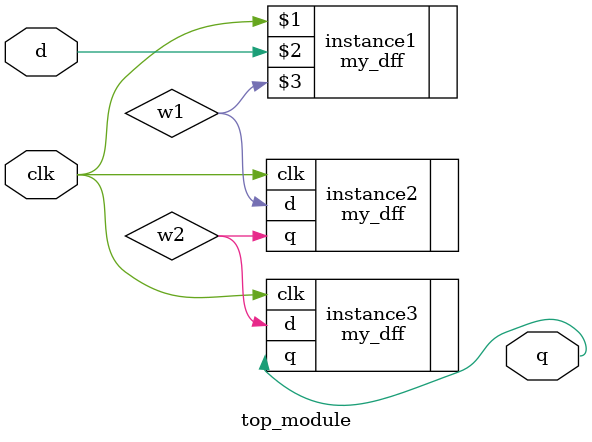
<source format=v>
module top_module ( input clk, input d, output q );
wire w1,w2;
    my_dff instance1(clk,d,w1);
    my_dff instance2(.clk(clk),.d(w1),.q(w2));
    my_dff instance3(.clk(clk),.d(w2),.q(q));
endmodule

</source>
